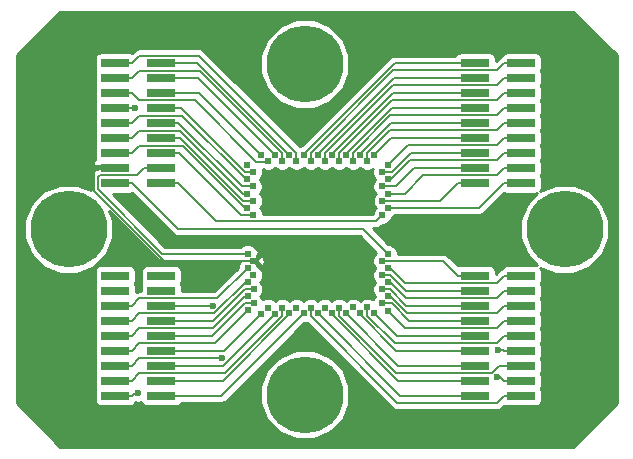
<source format=gbr>
G04 #@! TF.FileFunction,Copper,L1,Top,Signal*
%FSLAX46Y46*%
G04 Gerber Fmt 4.6, Leading zero omitted, Abs format (unit mm)*
G04 Created by KiCad (PCBNEW 4.0.5) date Monday, February 26, 2018 'PMt' 04:13:09 PM*
%MOMM*%
%LPD*%
G01*
G04 APERTURE LIST*
%ADD10C,0.100000*%
%ADD11R,2.400000X0.760000*%
%ADD12C,6.500000*%
%ADD13C,0.606000*%
%ADD14C,0.600000*%
%ADD15C,0.160000*%
%ADD16C,0.254000*%
G04 APERTURE END LIST*
D10*
D11*
X137840000Y-101080000D03*
X133940000Y-101080000D03*
X137840000Y-99810000D03*
X133940000Y-99810000D03*
X137840000Y-98540000D03*
X133940000Y-98540000D03*
X137840000Y-97270000D03*
X133940000Y-97270000D03*
X137840000Y-96000000D03*
X133940000Y-96000000D03*
X137840000Y-94730000D03*
X133940000Y-94730000D03*
X137840000Y-93460000D03*
X133940000Y-93460000D03*
X137840000Y-92190000D03*
X133940000Y-92190000D03*
X137840000Y-90920000D03*
X133940000Y-90920000D03*
X164420000Y-90920000D03*
X168320000Y-90920000D03*
X164420000Y-92190000D03*
X168320000Y-92190000D03*
X164420000Y-93460000D03*
X168320000Y-93460000D03*
X164420000Y-94730000D03*
X168320000Y-94730000D03*
X164420000Y-96000000D03*
X168320000Y-96000000D03*
X164420000Y-97270000D03*
X168320000Y-97270000D03*
X164420000Y-98540000D03*
X168320000Y-98540000D03*
X164420000Y-99810000D03*
X168320000Y-99810000D03*
X164420000Y-101080000D03*
X168320000Y-101080000D03*
X164420000Y-108920000D03*
X168320000Y-108920000D03*
X164420000Y-110190000D03*
X168320000Y-110190000D03*
X164420000Y-111460000D03*
X168320000Y-111460000D03*
X164420000Y-112730000D03*
X168320000Y-112730000D03*
X164420000Y-114000000D03*
X168320000Y-114000000D03*
X164420000Y-115270000D03*
X168320000Y-115270000D03*
X164420000Y-116540000D03*
X168320000Y-116540000D03*
X164420000Y-117810000D03*
X168320000Y-117810000D03*
X164420000Y-119080000D03*
X168320000Y-119080000D03*
X137840000Y-119080000D03*
X133940000Y-119080000D03*
X137840000Y-117810000D03*
X133940000Y-117810000D03*
X137840000Y-116540000D03*
X133940000Y-116540000D03*
X137840000Y-115270000D03*
X133940000Y-115270000D03*
X137840000Y-114000000D03*
X133940000Y-114000000D03*
X137840000Y-112730000D03*
X133940000Y-112730000D03*
X137840000Y-111460000D03*
X133940000Y-111460000D03*
X137840000Y-110190000D03*
X133940000Y-110190000D03*
X137840000Y-108920000D03*
X133940000Y-108920000D03*
D12*
X150000000Y-91000000D03*
X150000000Y-119000000D03*
X172000000Y-105000000D03*
X130000000Y-105000000D03*
D13*
X145640000Y-103780000D03*
X145140000Y-103180000D03*
X145640000Y-102580000D03*
X145140000Y-101980000D03*
X145630000Y-101380000D03*
X145130000Y-100780000D03*
X145630000Y-100180000D03*
X145130000Y-99580000D03*
X157050000Y-111880000D03*
X156550000Y-111280000D03*
X157050000Y-110680000D03*
X156550000Y-110080000D03*
X157040000Y-109480000D03*
X156540000Y-108880000D03*
X157040000Y-108280000D03*
X156540000Y-107680000D03*
X157030000Y-107080000D03*
X145176001Y-111878727D03*
X145666001Y-111278727D03*
X145166001Y-110678727D03*
X145666001Y-110078727D03*
X145166001Y-109478727D03*
X145656001Y-108878727D03*
X145156001Y-108278727D03*
X145656001Y-107678727D03*
X145156001Y-107078727D03*
X146300000Y-112140000D03*
X146900000Y-111640000D03*
X147500000Y-112140000D03*
X148100000Y-111640000D03*
X148700000Y-112130000D03*
X149300000Y-111630000D03*
X149900000Y-112130000D03*
X150500000Y-111630000D03*
X155900000Y-112110000D03*
X155300000Y-111620000D03*
X154700000Y-112120000D03*
X154100000Y-111620000D03*
X153500000Y-112120000D03*
X152900000Y-111630000D03*
X152300000Y-112130000D03*
X151700000Y-111630000D03*
X151100000Y-112130000D03*
X155900000Y-98710000D03*
X155300000Y-99210000D03*
X154700000Y-98710000D03*
X154100000Y-99210000D03*
X153500000Y-98720000D03*
X152900000Y-99220000D03*
X152300000Y-98720000D03*
X151700000Y-99220000D03*
X151100000Y-98720000D03*
X150500000Y-99220000D03*
X149900000Y-98720000D03*
X149300000Y-99220000D03*
X148700000Y-98730000D03*
X148100000Y-99230000D03*
X147500000Y-98730000D03*
X146900000Y-99230000D03*
X146300000Y-98740000D03*
X157050000Y-99580000D03*
X156560000Y-100180000D03*
X157060000Y-100780000D03*
X156560000Y-101380000D03*
X157060000Y-101980000D03*
X156570000Y-102580000D03*
X157070000Y-103180000D03*
X156570000Y-103780000D03*
D14*
X148000000Y-106000000D03*
X150000000Y-106000000D03*
X148000000Y-103000000D03*
X148000000Y-101000000D03*
X150000000Y-101000000D03*
X150000000Y-103000000D03*
X152000000Y-103000000D03*
X152000000Y-101000000D03*
X154000000Y-101000000D03*
X154000000Y-103000000D03*
X154000000Y-108000000D03*
X154000000Y-110000000D03*
X148000000Y-110000000D03*
X148000000Y-108000000D03*
X150000000Y-108000000D03*
X150000000Y-110000000D03*
X152000000Y-110000000D03*
X152000000Y-108000000D03*
X152000000Y-106000000D03*
X154000000Y-106000000D03*
X158000000Y-106000000D03*
X160000000Y-106000000D03*
X162000000Y-106000000D03*
X164000000Y-106000000D03*
X166000000Y-106000000D03*
X134000000Y-106000000D03*
X136000000Y-107000000D03*
X141000000Y-109000000D03*
X143000000Y-108000000D03*
X126000000Y-109000000D03*
X128000000Y-109000000D03*
X131000000Y-109000000D03*
X131000000Y-111000000D03*
X129000000Y-111000000D03*
X127000000Y-111000000D03*
X127000000Y-113000000D03*
X129000000Y-113000000D03*
X131000000Y-113000000D03*
X131000000Y-115000000D03*
X129000000Y-115000000D03*
X127000000Y-115000000D03*
X127000000Y-117000000D03*
X129000000Y-117000000D03*
X131000000Y-117000000D03*
X131000000Y-119000000D03*
X129000000Y-119000000D03*
X127000000Y-119000000D03*
X129000000Y-121000000D03*
X131000000Y-123000000D03*
X131000000Y-121000000D03*
X133000000Y-121000000D03*
X133000000Y-123000000D03*
X135000000Y-123000000D03*
X135000000Y-121000000D03*
X137000000Y-121000000D03*
X137000000Y-123000000D03*
X139000000Y-123000000D03*
X139000000Y-121000000D03*
X141000000Y-121000000D03*
X141000000Y-123000000D03*
X143000000Y-123000000D03*
X143000000Y-121000000D03*
X145000000Y-121000000D03*
X145000000Y-123000000D03*
X147000000Y-123000000D03*
X149000000Y-123000000D03*
X151000000Y-123000000D03*
X156000000Y-120000000D03*
X154000000Y-122000000D03*
X156000000Y-122000000D03*
X158000000Y-122000000D03*
X160000000Y-122000000D03*
X162000000Y-122000000D03*
X164000000Y-122000000D03*
X166000000Y-122000000D03*
X168000000Y-122000000D03*
X170000000Y-122000000D03*
X172000000Y-122000000D03*
X174000000Y-120000000D03*
X172000000Y-120000000D03*
X172000000Y-118000000D03*
X174000000Y-118000000D03*
X174000000Y-116000000D03*
X172000000Y-116000000D03*
X172000000Y-114000000D03*
X174000000Y-114000000D03*
X174000000Y-112000000D03*
X172000000Y-112000000D03*
X172000000Y-110000000D03*
X174000000Y-110000000D03*
X176000000Y-108000000D03*
X176000000Y-106000000D03*
X176000000Y-104000000D03*
X176000000Y-102000000D03*
X175000000Y-100000000D03*
X173000000Y-100000000D03*
X171000000Y-100000000D03*
X171000000Y-98000000D03*
X173000000Y-98000000D03*
X175000000Y-98000000D03*
X175000000Y-96000000D03*
X173000000Y-96000000D03*
X171000000Y-96000000D03*
X171000000Y-94000000D03*
X173000000Y-94000000D03*
X175000000Y-94000000D03*
X175000000Y-92000000D03*
X173000000Y-92000000D03*
X171000000Y-92000000D03*
X171000000Y-90000000D03*
X173000000Y-90000000D03*
X173000000Y-88000000D03*
X171000000Y-88000000D03*
X169000000Y-88000000D03*
X167000000Y-88000000D03*
X165000000Y-88000000D03*
X163000000Y-88000000D03*
X161000000Y-88000000D03*
X159000000Y-88000000D03*
X157000000Y-90000000D03*
X157000000Y-88000000D03*
X155000000Y-88000000D03*
X155000000Y-90000000D03*
X155000000Y-92000000D03*
X153000000Y-94000000D03*
X151000000Y-96000000D03*
X149000000Y-96000000D03*
X147000000Y-94000000D03*
X145000000Y-92000000D03*
X145000000Y-90000000D03*
X145000000Y-88000000D03*
X143000000Y-88000000D03*
X141000000Y-88000000D03*
X139000000Y-88000000D03*
X137000000Y-88000000D03*
X135000000Y-88000000D03*
X133000000Y-88000000D03*
X131000000Y-88000000D03*
X129000000Y-90000000D03*
X131000000Y-90000000D03*
X131000000Y-92000000D03*
X129000000Y-92000000D03*
X127000000Y-92000000D03*
X127000000Y-94000000D03*
X129000000Y-94000000D03*
X131000000Y-94000000D03*
X131000000Y-96000000D03*
X129000000Y-96000000D03*
X127000000Y-96000000D03*
X127000000Y-98000000D03*
X127000000Y-100000000D03*
X129000000Y-100000000D03*
X129000000Y-98000000D03*
X131000000Y-98000000D03*
X131000000Y-100000000D03*
X135605600Y-94730000D03*
X166370000Y-115260700D03*
X166296500Y-117478800D03*
X135890000Y-118841500D03*
X142953100Y-115919700D03*
X142239400Y-111460000D03*
D15*
X152000000Y-106000000D02*
X150000000Y-106000000D01*
X148000000Y-101000000D02*
X148000000Y-103000000D01*
X150000000Y-103000000D02*
X150000000Y-101000000D01*
X152000000Y-101000000D02*
X152000000Y-103000000D01*
X154000000Y-103000000D02*
X154000000Y-101000000D01*
X154000000Y-110000000D02*
X154000000Y-108000000D01*
X148000000Y-108000000D02*
X148000000Y-110000000D01*
X150000000Y-110000000D02*
X150000000Y-108000000D01*
X152000000Y-108000000D02*
X152000000Y-110000000D01*
X154000000Y-106000000D02*
X152000000Y-106000000D01*
X162000000Y-106000000D02*
X160000000Y-106000000D01*
X166000000Y-106000000D02*
X164000000Y-106000000D01*
X136000000Y-107000000D02*
X135000000Y-106000000D01*
X135000000Y-106000000D02*
X134000000Y-106000000D01*
X143000000Y-108000000D02*
X142000000Y-109000000D01*
X142000000Y-109000000D02*
X141000000Y-109000000D01*
X131000000Y-109000000D02*
X128000000Y-109000000D01*
X129000000Y-111000000D02*
X131000000Y-111000000D01*
X127000000Y-113000000D02*
X127000000Y-111000000D01*
X131000000Y-113000000D02*
X129000000Y-113000000D01*
X129000000Y-115000000D02*
X131000000Y-115000000D01*
X127000000Y-117000000D02*
X127000000Y-115000000D01*
X131000000Y-117000000D02*
X129000000Y-117000000D01*
X129000000Y-119000000D02*
X131000000Y-119000000D01*
X129000000Y-121000000D02*
X127000000Y-119000000D01*
X131000000Y-121000000D02*
X131000000Y-123000000D01*
X133000000Y-123000000D02*
X133000000Y-121000000D01*
X135000000Y-121000000D02*
X135000000Y-123000000D01*
X137000000Y-123000000D02*
X137000000Y-121000000D01*
X139000000Y-121000000D02*
X139000000Y-123000000D01*
X141000000Y-123000000D02*
X141000000Y-121000000D01*
X143000000Y-121000000D02*
X143000000Y-123000000D01*
X145000000Y-123000000D02*
X145000000Y-121000000D01*
X149000000Y-123000000D02*
X147000000Y-123000000D01*
X156000000Y-120000000D02*
X153000000Y-123000000D01*
X153000000Y-123000000D02*
X151000000Y-123000000D01*
X156000000Y-122000000D02*
X154000000Y-122000000D01*
X160000000Y-122000000D02*
X158000000Y-122000000D01*
X164000000Y-122000000D02*
X162000000Y-122000000D01*
X168000000Y-122000000D02*
X166000000Y-122000000D01*
X172000000Y-122000000D02*
X170000000Y-122000000D01*
X172000000Y-120000000D02*
X174000000Y-120000000D01*
X174000000Y-118000000D02*
X172000000Y-118000000D01*
X172000000Y-116000000D02*
X174000000Y-116000000D01*
X174000000Y-114000000D02*
X172000000Y-114000000D01*
X172000000Y-112000000D02*
X174000000Y-112000000D01*
X174000000Y-110000000D02*
X172000000Y-110000000D01*
X176000000Y-106000000D02*
X176000000Y-108000000D01*
X176000000Y-102000000D02*
X176000000Y-104000000D01*
X173000000Y-100000000D02*
X175000000Y-100000000D01*
X171000000Y-98000000D02*
X171000000Y-100000000D01*
X175000000Y-98000000D02*
X173000000Y-98000000D01*
X173000000Y-96000000D02*
X175000000Y-96000000D01*
X171000000Y-94000000D02*
X171000000Y-96000000D01*
X175000000Y-94000000D02*
X173000000Y-94000000D01*
X173000000Y-92000000D02*
X175000000Y-92000000D01*
X171000000Y-90000000D02*
X171000000Y-92000000D01*
X173000000Y-88000000D02*
X173000000Y-90000000D01*
X169000000Y-88000000D02*
X171000000Y-88000000D01*
X165000000Y-88000000D02*
X167000000Y-88000000D01*
X161000000Y-88000000D02*
X163000000Y-88000000D01*
X157000000Y-90000000D02*
X159000000Y-88000000D01*
X155000000Y-88000000D02*
X157000000Y-88000000D01*
X155000000Y-92000000D02*
X155000000Y-90000000D01*
X151000000Y-96000000D02*
X153000000Y-94000000D01*
X147000000Y-94000000D02*
X149000000Y-96000000D01*
X145000000Y-90000000D02*
X145000000Y-92000000D01*
X143000000Y-88000000D02*
X145000000Y-88000000D01*
X139000000Y-88000000D02*
X141000000Y-88000000D01*
X135000000Y-88000000D02*
X137000000Y-88000000D01*
X131000000Y-88000000D02*
X133000000Y-88000000D01*
X131000000Y-90000000D02*
X129000000Y-90000000D01*
X129000000Y-92000000D02*
X131000000Y-92000000D01*
X127000000Y-94000000D02*
X127000000Y-92000000D01*
X131000000Y-94000000D02*
X129000000Y-94000000D01*
X129000000Y-96000000D02*
X131000000Y-96000000D01*
X127000000Y-98000000D02*
X127000000Y-96000000D01*
X129000000Y-100000000D02*
X127000000Y-100000000D01*
X131000000Y-98000000D02*
X129000000Y-98000000D01*
X133940000Y-99810000D02*
X131190000Y-99810000D01*
X131190000Y-99810000D02*
X131000000Y-100000000D01*
X133940000Y-99810000D02*
X132499700Y-99810000D01*
X138098100Y-107678700D02*
X145656000Y-107678700D01*
X132179400Y-101760000D02*
X138098100Y-107678700D01*
X132179400Y-100130300D02*
X132179400Y-101760000D01*
X132499700Y-99810000D02*
X132179400Y-100130300D01*
X142526100Y-104325800D02*
X139280300Y-101080000D01*
X156024200Y-104325800D02*
X142526100Y-104325800D01*
X156570000Y-103780000D02*
X156024200Y-104325800D01*
X137840000Y-101080000D02*
X139280300Y-101080000D01*
X133940000Y-101080000D02*
X135380300Y-101080000D01*
X139279500Y-104979200D02*
X135380300Y-101080000D01*
X154929200Y-104979200D02*
X139279500Y-104979200D01*
X157030000Y-107080000D02*
X154929200Y-104979200D01*
X137951000Y-107078700D02*
X145156000Y-107078700D01*
X132499700Y-101627400D02*
X137951000Y-107078700D01*
X132499700Y-100592800D02*
X132499700Y-101627400D01*
X132662200Y-100430300D02*
X132499700Y-100592800D01*
X135779400Y-100430300D02*
X132662200Y-100430300D01*
X136399700Y-99810000D02*
X135779400Y-100430300D01*
X137840000Y-99810000D02*
X136399700Y-99810000D01*
X139349400Y-98540000D02*
X137840000Y-98540000D01*
X144589400Y-103780000D02*
X139349400Y-98540000D01*
X145640000Y-103780000D02*
X144589400Y-103780000D01*
X136000600Y-97919700D02*
X135380300Y-98540000D01*
X139674000Y-97919700D02*
X136000600Y-97919700D01*
X144934300Y-103180000D02*
X139674000Y-97919700D01*
X145140000Y-103180000D02*
X144934300Y-103180000D01*
X133940000Y-98540000D02*
X135380300Y-98540000D01*
X139477400Y-97270000D02*
X137840000Y-97270000D01*
X144787400Y-102580000D02*
X139477400Y-97270000D01*
X145640000Y-102580000D02*
X144787400Y-102580000D01*
X136000600Y-96649700D02*
X135380300Y-97270000D01*
X139476900Y-96649700D02*
X136000600Y-96649700D01*
X144807200Y-101980000D02*
X139476900Y-96649700D01*
X145140000Y-101980000D02*
X144807200Y-101980000D01*
X133940000Y-97270000D02*
X135380300Y-97270000D01*
X144660300Y-101380000D02*
X139280300Y-96000000D01*
X145630000Y-101380000D02*
X144660300Y-101380000D01*
X137840000Y-96000000D02*
X139280300Y-96000000D01*
X133940000Y-96000000D02*
X135380300Y-96000000D01*
X144994500Y-100780000D02*
X145130000Y-100780000D01*
X139594200Y-95379700D02*
X144994500Y-100780000D01*
X136000600Y-95379700D02*
X139594200Y-95379700D01*
X135380300Y-96000000D02*
X136000600Y-95379700D01*
X139484600Y-94730000D02*
X137840000Y-94730000D01*
X144934600Y-100180000D02*
X139484600Y-94730000D01*
X145630000Y-100180000D02*
X144934600Y-100180000D01*
X133940000Y-94730000D02*
X135380300Y-94730000D01*
X135380300Y-94730000D02*
X135605600Y-94730000D01*
X141020000Y-93460000D02*
X146300000Y-98740000D01*
X137840000Y-93460000D02*
X141020000Y-93460000D01*
X136000600Y-94080300D02*
X135380300Y-93460000D01*
X140683900Y-94080300D02*
X136000600Y-94080300D01*
X145891800Y-99288200D02*
X140683900Y-94080300D01*
X146841800Y-99288200D02*
X145891800Y-99288200D01*
X146900000Y-99230000D02*
X146841800Y-99288200D01*
X133940000Y-93460000D02*
X135380300Y-93460000D01*
X140960000Y-92190000D02*
X147500000Y-98730000D01*
X137840000Y-92190000D02*
X140960000Y-92190000D01*
X136000600Y-91569700D02*
X135380300Y-92190000D01*
X141113500Y-91569700D02*
X136000600Y-91569700D01*
X148100000Y-98556200D02*
X141113500Y-91569700D01*
X148100000Y-99230000D02*
X148100000Y-98556200D01*
X133940000Y-92190000D02*
X135380300Y-92190000D01*
X140917000Y-90920000D02*
X137840000Y-90920000D01*
X148700000Y-98703000D02*
X140917000Y-90920000D01*
X148700000Y-98730000D02*
X148700000Y-98703000D01*
X136000600Y-90299700D02*
X135380300Y-90920000D01*
X141055900Y-90299700D02*
X136000600Y-90299700D01*
X149300000Y-98543800D02*
X141055900Y-90299700D01*
X149300000Y-99220000D02*
X149300000Y-98543800D01*
X133940000Y-90920000D02*
X135380300Y-90920000D01*
X157600500Y-90920000D02*
X164420000Y-90920000D01*
X149900000Y-98620500D02*
X157600500Y-90920000D01*
X149900000Y-98720000D02*
X149900000Y-98620500D01*
X150500000Y-98550800D02*
X150500000Y-99220000D01*
X157510500Y-91540300D02*
X150500000Y-98550800D01*
X166259400Y-91540300D02*
X157510500Y-91540300D01*
X166879700Y-90920000D02*
X166259400Y-91540300D01*
X168320000Y-90920000D02*
X166879700Y-90920000D01*
X157551000Y-92190000D02*
X164420000Y-92190000D01*
X151100000Y-98641000D02*
X157551000Y-92190000D01*
X151100000Y-98720000D02*
X151100000Y-98641000D01*
X151700000Y-98550800D02*
X151700000Y-99220000D01*
X157440500Y-92810300D02*
X151700000Y-98550800D01*
X166259400Y-92810300D02*
X157440500Y-92810300D01*
X166879700Y-92190000D02*
X166259400Y-92810300D01*
X168320000Y-92190000D02*
X166879700Y-92190000D01*
X157481000Y-93460000D02*
X164420000Y-93460000D01*
X152300000Y-98641000D02*
X157481000Y-93460000D01*
X152300000Y-98720000D02*
X152300000Y-98641000D01*
X152900000Y-98550800D02*
X152900000Y-99220000D01*
X157370500Y-94080300D02*
X152900000Y-98550800D01*
X166259400Y-94080300D02*
X157370500Y-94080300D01*
X166879700Y-93460000D02*
X166259400Y-94080300D01*
X168320000Y-93460000D02*
X166879700Y-93460000D01*
X157411000Y-94730000D02*
X164420000Y-94730000D01*
X153500000Y-98641000D02*
X157411000Y-94730000D01*
X153500000Y-98720000D02*
X153500000Y-98641000D01*
X168320000Y-94730000D02*
X166879700Y-94730000D01*
X154100000Y-98504900D02*
X154100000Y-99210000D01*
X157254600Y-95350300D02*
X154100000Y-98504900D01*
X166259400Y-95350300D02*
X157254600Y-95350300D01*
X166879700Y-94730000D02*
X166259400Y-95350300D01*
X157323200Y-96000000D02*
X164420000Y-96000000D01*
X154700000Y-98623200D02*
X157323200Y-96000000D01*
X154700000Y-98710000D02*
X154700000Y-98623200D01*
X155300000Y-98540800D02*
X155300000Y-99210000D01*
X157220500Y-96620300D02*
X155300000Y-98540800D01*
X166259400Y-96620300D02*
X157220500Y-96620300D01*
X166879700Y-96000000D02*
X166259400Y-96620300D01*
X168320000Y-96000000D02*
X166879700Y-96000000D01*
X157340000Y-97270000D02*
X164420000Y-97270000D01*
X155900000Y-98710000D02*
X157340000Y-97270000D01*
X168320000Y-97270000D02*
X166879700Y-97270000D01*
X166259400Y-97890300D02*
X166879700Y-97270000D01*
X158739700Y-97890300D02*
X166259400Y-97890300D01*
X157050000Y-99580000D02*
X158739700Y-97890300D01*
X158995800Y-98540000D02*
X164420000Y-98540000D01*
X157355800Y-100180000D02*
X158995800Y-98540000D01*
X156560000Y-100180000D02*
X157355800Y-100180000D01*
X166259400Y-99160300D02*
X166879700Y-98540000D01*
X158940100Y-99160300D02*
X166259400Y-99160300D01*
X157320400Y-100780000D02*
X158940100Y-99160300D01*
X157060000Y-100780000D02*
X157320400Y-100780000D01*
X168320000Y-98540000D02*
X166879700Y-98540000D01*
X159270400Y-99810000D02*
X164420000Y-99810000D01*
X157700400Y-101380000D02*
X159270400Y-99810000D01*
X156560000Y-101380000D02*
X157700400Y-101380000D01*
X168320000Y-99810000D02*
X166879700Y-99810000D01*
X158466800Y-101980000D02*
X157060000Y-101980000D01*
X160016500Y-100430300D02*
X158466800Y-101980000D01*
X166259400Y-100430300D02*
X160016500Y-100430300D01*
X166879700Y-99810000D02*
X166259400Y-100430300D01*
X161479700Y-102580000D02*
X162979700Y-101080000D01*
X156570000Y-102580000D02*
X161479700Y-102580000D01*
X164420000Y-101080000D02*
X162979700Y-101080000D01*
X164779700Y-103180000D02*
X166879700Y-101080000D01*
X157070000Y-103180000D02*
X164779700Y-103180000D01*
X168320000Y-101080000D02*
X166879700Y-101080000D01*
X161739700Y-107680000D02*
X162979700Y-108920000D01*
X156540000Y-107680000D02*
X161739700Y-107680000D01*
X164420000Y-108920000D02*
X162979700Y-108920000D01*
X168320000Y-108920000D02*
X166879700Y-108920000D01*
X157227800Y-108280000D02*
X157040000Y-108280000D01*
X158488100Y-109540300D02*
X157227800Y-108280000D01*
X166259400Y-109540300D02*
X158488100Y-109540300D01*
X166879700Y-108920000D02*
X166259400Y-109540300D01*
X157235400Y-108880000D02*
X156540000Y-108880000D01*
X158545400Y-110190000D02*
X157235400Y-108880000D01*
X164420000Y-110190000D02*
X158545400Y-110190000D01*
X166259400Y-110810300D02*
X166879700Y-110190000D01*
X158564400Y-110810300D02*
X166259400Y-110810300D01*
X157234100Y-109480000D02*
X158564400Y-110810300D01*
X157040000Y-109480000D02*
X157234100Y-109480000D01*
X168320000Y-110190000D02*
X166879700Y-110190000D01*
X157232800Y-110080000D02*
X156550000Y-110080000D01*
X158612800Y-111460000D02*
X157232800Y-110080000D01*
X164420000Y-111460000D02*
X158612800Y-111460000D01*
X168320000Y-111460000D02*
X166879700Y-111460000D01*
X157239100Y-110680000D02*
X157050000Y-110680000D01*
X158639400Y-112080300D02*
X157239100Y-110680000D01*
X166259400Y-112080300D02*
X158639400Y-112080300D01*
X166879700Y-111460000D02*
X166259400Y-112080300D01*
X158836000Y-112730000D02*
X164420000Y-112730000D01*
X157386000Y-111280000D02*
X158836000Y-112730000D01*
X156550000Y-111280000D02*
X157386000Y-111280000D01*
X166259400Y-113350300D02*
X166879700Y-112730000D01*
X158520300Y-113350300D02*
X166259400Y-113350300D01*
X157050000Y-111880000D02*
X158520300Y-113350300D01*
X168320000Y-112730000D02*
X166879700Y-112730000D01*
X164420000Y-114000000D02*
X162979700Y-114000000D01*
X157790000Y-114000000D02*
X155900000Y-112110000D01*
X162979700Y-114000000D02*
X157790000Y-114000000D01*
X168320000Y-114000000D02*
X166879700Y-114000000D01*
X155300000Y-112305000D02*
X155300000Y-111620000D01*
X157615400Y-114620400D02*
X155300000Y-112305000D01*
X166259300Y-114620400D02*
X157615400Y-114620400D01*
X166879700Y-114000000D02*
X166259300Y-114620400D01*
X154700000Y-112203900D02*
X154700000Y-112120000D01*
X157766100Y-115270000D02*
X154700000Y-112203900D01*
X164420000Y-115270000D02*
X157766100Y-115270000D01*
X166870400Y-115260700D02*
X166879700Y-115270000D01*
X166370000Y-115260700D02*
X166870400Y-115260700D01*
X168320000Y-115270000D02*
X166879700Y-115270000D01*
X157920000Y-116540000D02*
X164420000Y-116540000D01*
X153500000Y-112120000D02*
X157920000Y-116540000D01*
X168320000Y-116540000D02*
X166879700Y-116540000D01*
X152900000Y-112343000D02*
X152900000Y-111630000D01*
X157717300Y-117160300D02*
X152900000Y-112343000D01*
X165850500Y-117160300D02*
X157717300Y-117160300D01*
X166470800Y-116540000D02*
X165850500Y-117160300D01*
X166879700Y-116540000D02*
X166470800Y-116540000D01*
X157909100Y-117810000D02*
X164420000Y-117810000D01*
X152300000Y-112200900D02*
X157909100Y-117810000D01*
X152300000Y-112130000D02*
X152300000Y-112200900D01*
X168320000Y-117810000D02*
X166879700Y-117810000D01*
X166548500Y-117478800D02*
X166296500Y-117478800D01*
X166879700Y-117810000D02*
X166548500Y-117478800D01*
X158050000Y-119080000D02*
X164420000Y-119080000D01*
X151100000Y-112130000D02*
X158050000Y-119080000D01*
X166259400Y-119700300D02*
X166879700Y-119080000D01*
X157846200Y-119700300D02*
X166259400Y-119700300D01*
X150500000Y-112354100D02*
X157846200Y-119700300D01*
X150500000Y-111630000D02*
X150500000Y-112354100D01*
X168320000Y-119080000D02*
X166879700Y-119080000D01*
X142950000Y-119080000D02*
X137840000Y-119080000D01*
X149900000Y-112130000D02*
X142950000Y-119080000D01*
X135618800Y-118841500D02*
X135380300Y-119080000D01*
X135890000Y-118841500D02*
X135618800Y-118841500D01*
X133940000Y-119080000D02*
X135380300Y-119080000D01*
X143089800Y-117810000D02*
X137840000Y-117810000D01*
X148700000Y-112199800D02*
X143089800Y-117810000D01*
X148700000Y-112130000D02*
X148700000Y-112199800D01*
X133940000Y-117810000D02*
X135380300Y-117810000D01*
X136000600Y-117189700D02*
X135380300Y-117810000D01*
X143257000Y-117189700D02*
X136000600Y-117189700D01*
X148100000Y-112346700D02*
X143257000Y-117189700D01*
X148100000Y-111640000D02*
X148100000Y-112346700D01*
X143100000Y-116540000D02*
X137840000Y-116540000D01*
X147500000Y-112140000D02*
X143100000Y-116540000D01*
X133940000Y-116540000D02*
X135380300Y-116540000D01*
X136000600Y-115919700D02*
X142953100Y-115919700D01*
X135380300Y-116540000D02*
X136000600Y-115919700D01*
X143170000Y-115270000D02*
X137840000Y-115270000D01*
X146300000Y-112140000D02*
X143170000Y-115270000D01*
X136000600Y-114649700D02*
X135380300Y-115270000D01*
X142405000Y-114649700D02*
X136000600Y-114649700D01*
X145176000Y-111878700D02*
X142405000Y-114649700D01*
X133940000Y-115270000D02*
X135380300Y-115270000D01*
X144905600Y-111278700D02*
X145666000Y-111278700D01*
X142184300Y-114000000D02*
X144905600Y-111278700D01*
X137840000Y-114000000D02*
X142184300Y-114000000D01*
X136000600Y-113379700D02*
X135380300Y-114000000D01*
X142210700Y-113379700D02*
X136000600Y-113379700D01*
X144911700Y-110678700D02*
X142210700Y-113379700D01*
X145166000Y-110678700D02*
X144911700Y-110678700D01*
X133940000Y-114000000D02*
X135380300Y-114000000D01*
X142266500Y-112730000D02*
X137840000Y-112730000D01*
X144917800Y-110078700D02*
X142266500Y-112730000D01*
X145666000Y-110078700D02*
X144917800Y-110078700D01*
X133940000Y-112730000D02*
X135380300Y-112730000D01*
X136000600Y-112109700D02*
X135380300Y-112730000D01*
X142354000Y-112109700D02*
X136000600Y-112109700D01*
X144985000Y-109478700D02*
X142354000Y-112109700D01*
X145166000Y-109478700D02*
X144985000Y-109478700D01*
X137840000Y-111460000D02*
X139280300Y-111460000D01*
X142239400Y-111460000D02*
X139280300Y-111460000D01*
X136000600Y-110839700D02*
X135380300Y-111460000D01*
X142595000Y-110839700D02*
X136000600Y-110839700D01*
X145156000Y-108278700D02*
X142595000Y-110839700D01*
X133940000Y-111460000D02*
X135380300Y-111460000D01*
D16*
G36*
X176398000Y-90249356D02*
X176398000Y-119750644D01*
X172750644Y-123398000D01*
X129249356Y-123398000D01*
X125602000Y-119750644D01*
X125602000Y-105747996D01*
X126222346Y-105747996D01*
X126796148Y-107136704D01*
X127857708Y-108200118D01*
X129245412Y-108776343D01*
X130747996Y-108777654D01*
X132136704Y-108203852D01*
X133200118Y-107142292D01*
X133776343Y-105754588D01*
X133777654Y-104252004D01*
X133433881Y-103420009D01*
X137521786Y-107507914D01*
X137718711Y-107639495D01*
X137951000Y-107685700D01*
X144575241Y-107685700D01*
X144452771Y-107807956D01*
X144326145Y-108112905D01*
X144326025Y-108250247D01*
X142343572Y-110232700D01*
X139577324Y-110232700D01*
X139577324Y-109810000D01*
X139540577Y-109614706D01*
X139502854Y-109556082D01*
X139534990Y-109509049D01*
X139577324Y-109300000D01*
X139577324Y-108540000D01*
X139540577Y-108344706D01*
X139425158Y-108165340D01*
X139249049Y-108045010D01*
X139040000Y-108002676D01*
X136640000Y-108002676D01*
X136444706Y-108039423D01*
X136265340Y-108154842D01*
X136145010Y-108330951D01*
X136102676Y-108540000D01*
X136102676Y-109300000D01*
X136139423Y-109495294D01*
X136177146Y-109553918D01*
X136145010Y-109600951D01*
X136102676Y-109810000D01*
X136102676Y-110232700D01*
X136000600Y-110232700D01*
X135768311Y-110278905D01*
X135677324Y-110339701D01*
X135677324Y-109810000D01*
X135640577Y-109614706D01*
X135602854Y-109556082D01*
X135634990Y-109509049D01*
X135677324Y-109300000D01*
X135677324Y-108540000D01*
X135640577Y-108344706D01*
X135525158Y-108165340D01*
X135349049Y-108045010D01*
X135140000Y-108002676D01*
X132740000Y-108002676D01*
X132544706Y-108039423D01*
X132365340Y-108154842D01*
X132245010Y-108330951D01*
X132202676Y-108540000D01*
X132202676Y-109300000D01*
X132239423Y-109495294D01*
X132277146Y-109553918D01*
X132245010Y-109600951D01*
X132202676Y-109810000D01*
X132202676Y-110570000D01*
X132239423Y-110765294D01*
X132277146Y-110823918D01*
X132245010Y-110870951D01*
X132202676Y-111080000D01*
X132202676Y-111840000D01*
X132239423Y-112035294D01*
X132277146Y-112093918D01*
X132245010Y-112140951D01*
X132202676Y-112350000D01*
X132202676Y-113110000D01*
X132239423Y-113305294D01*
X132277146Y-113363918D01*
X132245010Y-113410951D01*
X132202676Y-113620000D01*
X132202676Y-114380000D01*
X132239423Y-114575294D01*
X132277146Y-114633918D01*
X132245010Y-114680951D01*
X132202676Y-114890000D01*
X132202676Y-115650000D01*
X132239423Y-115845294D01*
X132277146Y-115903918D01*
X132245010Y-115950951D01*
X132202676Y-116160000D01*
X132202676Y-116920000D01*
X132239423Y-117115294D01*
X132277146Y-117173918D01*
X132245010Y-117220951D01*
X132202676Y-117430000D01*
X132202676Y-118190000D01*
X132239423Y-118385294D01*
X132277146Y-118443918D01*
X132245010Y-118490951D01*
X132202676Y-118700000D01*
X132202676Y-119460000D01*
X132239423Y-119655294D01*
X132354842Y-119834660D01*
X132530951Y-119954990D01*
X132740000Y-119997324D01*
X135140000Y-119997324D01*
X135335294Y-119960577D01*
X135514660Y-119845158D01*
X135634990Y-119669049D01*
X135642084Y-119634019D01*
X135724778Y-119668356D01*
X136053779Y-119668643D01*
X136135575Y-119634845D01*
X136139423Y-119655294D01*
X136254842Y-119834660D01*
X136430951Y-119954990D01*
X136640000Y-119997324D01*
X139040000Y-119997324D01*
X139235294Y-119960577D01*
X139414660Y-119845158D01*
X139481048Y-119747996D01*
X146222346Y-119747996D01*
X146796148Y-121136704D01*
X147857708Y-122200118D01*
X149245412Y-122776343D01*
X150747996Y-122777654D01*
X152136704Y-122203852D01*
X153200118Y-121142292D01*
X153776343Y-119754588D01*
X153777654Y-118252004D01*
X153203852Y-116863296D01*
X152142292Y-115799882D01*
X150754588Y-115223657D01*
X149252004Y-115222346D01*
X147863296Y-115796148D01*
X146799882Y-116857708D01*
X146223657Y-118245412D01*
X146222346Y-119747996D01*
X139481048Y-119747996D01*
X139522725Y-119687000D01*
X142950000Y-119687000D01*
X143182289Y-119640795D01*
X143379214Y-119509214D01*
X149928403Y-112960025D01*
X150064373Y-112960144D01*
X150194039Y-112906567D01*
X157416986Y-120129514D01*
X157613911Y-120261095D01*
X157846200Y-120307300D01*
X166259400Y-120307300D01*
X166491689Y-120261095D01*
X166688614Y-120129514D01*
X166882546Y-119935582D01*
X166910951Y-119954990D01*
X167120000Y-119997324D01*
X169520000Y-119997324D01*
X169715294Y-119960577D01*
X169894660Y-119845158D01*
X170014990Y-119669049D01*
X170057324Y-119460000D01*
X170057324Y-118700000D01*
X170020577Y-118504706D01*
X169982854Y-118446082D01*
X170014990Y-118399049D01*
X170057324Y-118190000D01*
X170057324Y-117430000D01*
X170020577Y-117234706D01*
X169982854Y-117176082D01*
X170014990Y-117129049D01*
X170057324Y-116920000D01*
X170057324Y-116160000D01*
X170020577Y-115964706D01*
X169982854Y-115906082D01*
X170014990Y-115859049D01*
X170057324Y-115650000D01*
X170057324Y-114890000D01*
X170020577Y-114694706D01*
X169982854Y-114636082D01*
X170014990Y-114589049D01*
X170057324Y-114380000D01*
X170057324Y-113620000D01*
X170020577Y-113424706D01*
X169982854Y-113366082D01*
X170014990Y-113319049D01*
X170057324Y-113110000D01*
X170057324Y-112350000D01*
X170020577Y-112154706D01*
X169982854Y-112096082D01*
X170014990Y-112049049D01*
X170057324Y-111840000D01*
X170057324Y-111080000D01*
X170020577Y-110884706D01*
X169982854Y-110826082D01*
X170014990Y-110779049D01*
X170057324Y-110570000D01*
X170057324Y-109810000D01*
X170020577Y-109614706D01*
X169982854Y-109556082D01*
X170014990Y-109509049D01*
X170057324Y-109300000D01*
X170057324Y-108540000D01*
X170020577Y-108344706D01*
X169952998Y-108239686D01*
X171245412Y-108776343D01*
X172747996Y-108777654D01*
X174136704Y-108203852D01*
X175200118Y-107142292D01*
X175776343Y-105754588D01*
X175777654Y-104252004D01*
X175203852Y-102863296D01*
X174142292Y-101799882D01*
X172754588Y-101223657D01*
X171252004Y-101222346D01*
X169953658Y-101758811D01*
X170014990Y-101669049D01*
X170057324Y-101460000D01*
X170057324Y-100700000D01*
X170020577Y-100504706D01*
X169982854Y-100446082D01*
X170014990Y-100399049D01*
X170057324Y-100190000D01*
X170057324Y-99430000D01*
X170020577Y-99234706D01*
X169982854Y-99176082D01*
X170014990Y-99129049D01*
X170057324Y-98920000D01*
X170057324Y-98160000D01*
X170020577Y-97964706D01*
X169982854Y-97906082D01*
X170014990Y-97859049D01*
X170057324Y-97650000D01*
X170057324Y-96890000D01*
X170020577Y-96694706D01*
X169982854Y-96636082D01*
X170014990Y-96589049D01*
X170057324Y-96380000D01*
X170057324Y-95620000D01*
X170020577Y-95424706D01*
X169982854Y-95366082D01*
X170014990Y-95319049D01*
X170057324Y-95110000D01*
X170057324Y-94350000D01*
X170020577Y-94154706D01*
X169982854Y-94096082D01*
X170014990Y-94049049D01*
X170057324Y-93840000D01*
X170057324Y-93080000D01*
X170020577Y-92884706D01*
X169982854Y-92826082D01*
X170014990Y-92779049D01*
X170057324Y-92570000D01*
X170057324Y-91810000D01*
X170020577Y-91614706D01*
X169982854Y-91556082D01*
X170014990Y-91509049D01*
X170057324Y-91300000D01*
X170057324Y-90540000D01*
X170020577Y-90344706D01*
X169905158Y-90165340D01*
X169729049Y-90045010D01*
X169520000Y-90002676D01*
X167120000Y-90002676D01*
X166924706Y-90039423D01*
X166745340Y-90154842D01*
X166625010Y-90330951D01*
X166614888Y-90380936D01*
X166450486Y-90490786D01*
X166157324Y-90783948D01*
X166157324Y-90540000D01*
X166120577Y-90344706D01*
X166005158Y-90165340D01*
X165829049Y-90045010D01*
X165620000Y-90002676D01*
X163220000Y-90002676D01*
X163024706Y-90039423D01*
X162845340Y-90154842D01*
X162737275Y-90313000D01*
X157600505Y-90313000D01*
X157600500Y-90312999D01*
X157406751Y-90351539D01*
X157368211Y-90359205D01*
X157171286Y-90490786D01*
X157171284Y-90490789D01*
X149772184Y-97889888D01*
X149735627Y-97889856D01*
X149572066Y-97957438D01*
X143362624Y-91747996D01*
X146222346Y-91747996D01*
X146796148Y-93136704D01*
X147857708Y-94200118D01*
X149245412Y-94776343D01*
X150747996Y-94777654D01*
X152136704Y-94203852D01*
X153200118Y-93142292D01*
X153776343Y-91754588D01*
X153777654Y-90252004D01*
X153203852Y-88863296D01*
X152142292Y-87799882D01*
X150754588Y-87223657D01*
X149252004Y-87222346D01*
X147863296Y-87796148D01*
X146799882Y-88857708D01*
X146223657Y-90245412D01*
X146222346Y-91747996D01*
X143362624Y-91747996D01*
X141485114Y-89870486D01*
X141288189Y-89738905D01*
X141055900Y-89692700D01*
X136000600Y-89692700D01*
X135768311Y-89738905D01*
X135571386Y-89870486D01*
X135377454Y-90064418D01*
X135349049Y-90045010D01*
X135140000Y-90002676D01*
X132740000Y-90002676D01*
X132544706Y-90039423D01*
X132365340Y-90154842D01*
X132245010Y-90330951D01*
X132202676Y-90540000D01*
X132202676Y-91300000D01*
X132239423Y-91495294D01*
X132277146Y-91553918D01*
X132245010Y-91600951D01*
X132202676Y-91810000D01*
X132202676Y-92570000D01*
X132239423Y-92765294D01*
X132277146Y-92823918D01*
X132245010Y-92870951D01*
X132202676Y-93080000D01*
X132202676Y-93840000D01*
X132239423Y-94035294D01*
X132277146Y-94093918D01*
X132245010Y-94140951D01*
X132202676Y-94350000D01*
X132202676Y-95110000D01*
X132239423Y-95305294D01*
X132277146Y-95363918D01*
X132245010Y-95410951D01*
X132202676Y-95620000D01*
X132202676Y-96380000D01*
X132239423Y-96575294D01*
X132277146Y-96633918D01*
X132245010Y-96680951D01*
X132202676Y-96890000D01*
X132202676Y-97650000D01*
X132239423Y-97845294D01*
X132277146Y-97903918D01*
X132245010Y-97950951D01*
X132202676Y-98160000D01*
X132202676Y-98920000D01*
X132226320Y-99045655D01*
X132201673Y-99070302D01*
X132105000Y-99303691D01*
X132105000Y-99524250D01*
X132263750Y-99683000D01*
X133813000Y-99683000D01*
X133813000Y-99663000D01*
X134067000Y-99663000D01*
X134067000Y-99683000D01*
X134087000Y-99683000D01*
X134087000Y-99823300D01*
X132662200Y-99823300D01*
X132429911Y-99869505D01*
X132328898Y-99937000D01*
X132263750Y-99937000D01*
X132105000Y-100095750D01*
X132105000Y-100129072D01*
X132070486Y-100163586D01*
X131938905Y-100360511D01*
X131892700Y-100592800D01*
X131892700Y-101627400D01*
X131907626Y-101702440D01*
X130754588Y-101223657D01*
X129252004Y-101222346D01*
X127863296Y-101796148D01*
X126799882Y-102857708D01*
X126223657Y-104245412D01*
X126222346Y-105747996D01*
X125602000Y-105747996D01*
X125602000Y-90249356D01*
X129249356Y-86602000D01*
X172750644Y-86602000D01*
X176398000Y-90249356D01*
X176398000Y-90249356D01*
G37*
X176398000Y-90249356D02*
X176398000Y-119750644D01*
X172750644Y-123398000D01*
X129249356Y-123398000D01*
X125602000Y-119750644D01*
X125602000Y-105747996D01*
X126222346Y-105747996D01*
X126796148Y-107136704D01*
X127857708Y-108200118D01*
X129245412Y-108776343D01*
X130747996Y-108777654D01*
X132136704Y-108203852D01*
X133200118Y-107142292D01*
X133776343Y-105754588D01*
X133777654Y-104252004D01*
X133433881Y-103420009D01*
X137521786Y-107507914D01*
X137718711Y-107639495D01*
X137951000Y-107685700D01*
X144575241Y-107685700D01*
X144452771Y-107807956D01*
X144326145Y-108112905D01*
X144326025Y-108250247D01*
X142343572Y-110232700D01*
X139577324Y-110232700D01*
X139577324Y-109810000D01*
X139540577Y-109614706D01*
X139502854Y-109556082D01*
X139534990Y-109509049D01*
X139577324Y-109300000D01*
X139577324Y-108540000D01*
X139540577Y-108344706D01*
X139425158Y-108165340D01*
X139249049Y-108045010D01*
X139040000Y-108002676D01*
X136640000Y-108002676D01*
X136444706Y-108039423D01*
X136265340Y-108154842D01*
X136145010Y-108330951D01*
X136102676Y-108540000D01*
X136102676Y-109300000D01*
X136139423Y-109495294D01*
X136177146Y-109553918D01*
X136145010Y-109600951D01*
X136102676Y-109810000D01*
X136102676Y-110232700D01*
X136000600Y-110232700D01*
X135768311Y-110278905D01*
X135677324Y-110339701D01*
X135677324Y-109810000D01*
X135640577Y-109614706D01*
X135602854Y-109556082D01*
X135634990Y-109509049D01*
X135677324Y-109300000D01*
X135677324Y-108540000D01*
X135640577Y-108344706D01*
X135525158Y-108165340D01*
X135349049Y-108045010D01*
X135140000Y-108002676D01*
X132740000Y-108002676D01*
X132544706Y-108039423D01*
X132365340Y-108154842D01*
X132245010Y-108330951D01*
X132202676Y-108540000D01*
X132202676Y-109300000D01*
X132239423Y-109495294D01*
X132277146Y-109553918D01*
X132245010Y-109600951D01*
X132202676Y-109810000D01*
X132202676Y-110570000D01*
X132239423Y-110765294D01*
X132277146Y-110823918D01*
X132245010Y-110870951D01*
X132202676Y-111080000D01*
X132202676Y-111840000D01*
X132239423Y-112035294D01*
X132277146Y-112093918D01*
X132245010Y-112140951D01*
X132202676Y-112350000D01*
X132202676Y-113110000D01*
X132239423Y-113305294D01*
X132277146Y-113363918D01*
X132245010Y-113410951D01*
X132202676Y-113620000D01*
X132202676Y-114380000D01*
X132239423Y-114575294D01*
X132277146Y-114633918D01*
X132245010Y-114680951D01*
X132202676Y-114890000D01*
X132202676Y-115650000D01*
X132239423Y-115845294D01*
X132277146Y-115903918D01*
X132245010Y-115950951D01*
X132202676Y-116160000D01*
X132202676Y-116920000D01*
X132239423Y-117115294D01*
X132277146Y-117173918D01*
X132245010Y-117220951D01*
X132202676Y-117430000D01*
X132202676Y-118190000D01*
X132239423Y-118385294D01*
X132277146Y-118443918D01*
X132245010Y-118490951D01*
X132202676Y-118700000D01*
X132202676Y-119460000D01*
X132239423Y-119655294D01*
X132354842Y-119834660D01*
X132530951Y-119954990D01*
X132740000Y-119997324D01*
X135140000Y-119997324D01*
X135335294Y-119960577D01*
X135514660Y-119845158D01*
X135634990Y-119669049D01*
X135642084Y-119634019D01*
X135724778Y-119668356D01*
X136053779Y-119668643D01*
X136135575Y-119634845D01*
X136139423Y-119655294D01*
X136254842Y-119834660D01*
X136430951Y-119954990D01*
X136640000Y-119997324D01*
X139040000Y-119997324D01*
X139235294Y-119960577D01*
X139414660Y-119845158D01*
X139481048Y-119747996D01*
X146222346Y-119747996D01*
X146796148Y-121136704D01*
X147857708Y-122200118D01*
X149245412Y-122776343D01*
X150747996Y-122777654D01*
X152136704Y-122203852D01*
X153200118Y-121142292D01*
X153776343Y-119754588D01*
X153777654Y-118252004D01*
X153203852Y-116863296D01*
X152142292Y-115799882D01*
X150754588Y-115223657D01*
X149252004Y-115222346D01*
X147863296Y-115796148D01*
X146799882Y-116857708D01*
X146223657Y-118245412D01*
X146222346Y-119747996D01*
X139481048Y-119747996D01*
X139522725Y-119687000D01*
X142950000Y-119687000D01*
X143182289Y-119640795D01*
X143379214Y-119509214D01*
X149928403Y-112960025D01*
X150064373Y-112960144D01*
X150194039Y-112906567D01*
X157416986Y-120129514D01*
X157613911Y-120261095D01*
X157846200Y-120307300D01*
X166259400Y-120307300D01*
X166491689Y-120261095D01*
X166688614Y-120129514D01*
X166882546Y-119935582D01*
X166910951Y-119954990D01*
X167120000Y-119997324D01*
X169520000Y-119997324D01*
X169715294Y-119960577D01*
X169894660Y-119845158D01*
X170014990Y-119669049D01*
X170057324Y-119460000D01*
X170057324Y-118700000D01*
X170020577Y-118504706D01*
X169982854Y-118446082D01*
X170014990Y-118399049D01*
X170057324Y-118190000D01*
X170057324Y-117430000D01*
X170020577Y-117234706D01*
X169982854Y-117176082D01*
X170014990Y-117129049D01*
X170057324Y-116920000D01*
X170057324Y-116160000D01*
X170020577Y-115964706D01*
X169982854Y-115906082D01*
X170014990Y-115859049D01*
X170057324Y-115650000D01*
X170057324Y-114890000D01*
X170020577Y-114694706D01*
X169982854Y-114636082D01*
X170014990Y-114589049D01*
X170057324Y-114380000D01*
X170057324Y-113620000D01*
X170020577Y-113424706D01*
X169982854Y-113366082D01*
X170014990Y-113319049D01*
X170057324Y-113110000D01*
X170057324Y-112350000D01*
X170020577Y-112154706D01*
X169982854Y-112096082D01*
X170014990Y-112049049D01*
X170057324Y-111840000D01*
X170057324Y-111080000D01*
X170020577Y-110884706D01*
X169982854Y-110826082D01*
X170014990Y-110779049D01*
X170057324Y-110570000D01*
X170057324Y-109810000D01*
X170020577Y-109614706D01*
X169982854Y-109556082D01*
X170014990Y-109509049D01*
X170057324Y-109300000D01*
X170057324Y-108540000D01*
X170020577Y-108344706D01*
X169952998Y-108239686D01*
X171245412Y-108776343D01*
X172747996Y-108777654D01*
X174136704Y-108203852D01*
X175200118Y-107142292D01*
X175776343Y-105754588D01*
X175777654Y-104252004D01*
X175203852Y-102863296D01*
X174142292Y-101799882D01*
X172754588Y-101223657D01*
X171252004Y-101222346D01*
X169953658Y-101758811D01*
X170014990Y-101669049D01*
X170057324Y-101460000D01*
X170057324Y-100700000D01*
X170020577Y-100504706D01*
X169982854Y-100446082D01*
X170014990Y-100399049D01*
X170057324Y-100190000D01*
X170057324Y-99430000D01*
X170020577Y-99234706D01*
X169982854Y-99176082D01*
X170014990Y-99129049D01*
X170057324Y-98920000D01*
X170057324Y-98160000D01*
X170020577Y-97964706D01*
X169982854Y-97906082D01*
X170014990Y-97859049D01*
X170057324Y-97650000D01*
X170057324Y-96890000D01*
X170020577Y-96694706D01*
X169982854Y-96636082D01*
X170014990Y-96589049D01*
X170057324Y-96380000D01*
X170057324Y-95620000D01*
X170020577Y-95424706D01*
X169982854Y-95366082D01*
X170014990Y-95319049D01*
X170057324Y-95110000D01*
X170057324Y-94350000D01*
X170020577Y-94154706D01*
X169982854Y-94096082D01*
X170014990Y-94049049D01*
X170057324Y-93840000D01*
X170057324Y-93080000D01*
X170020577Y-92884706D01*
X169982854Y-92826082D01*
X170014990Y-92779049D01*
X170057324Y-92570000D01*
X170057324Y-91810000D01*
X170020577Y-91614706D01*
X169982854Y-91556082D01*
X170014990Y-91509049D01*
X170057324Y-91300000D01*
X170057324Y-90540000D01*
X170020577Y-90344706D01*
X169905158Y-90165340D01*
X169729049Y-90045010D01*
X169520000Y-90002676D01*
X167120000Y-90002676D01*
X166924706Y-90039423D01*
X166745340Y-90154842D01*
X166625010Y-90330951D01*
X166614888Y-90380936D01*
X166450486Y-90490786D01*
X166157324Y-90783948D01*
X166157324Y-90540000D01*
X166120577Y-90344706D01*
X166005158Y-90165340D01*
X165829049Y-90045010D01*
X165620000Y-90002676D01*
X163220000Y-90002676D01*
X163024706Y-90039423D01*
X162845340Y-90154842D01*
X162737275Y-90313000D01*
X157600505Y-90313000D01*
X157600500Y-90312999D01*
X157406751Y-90351539D01*
X157368211Y-90359205D01*
X157171286Y-90490786D01*
X157171284Y-90490789D01*
X149772184Y-97889888D01*
X149735627Y-97889856D01*
X149572066Y-97957438D01*
X143362624Y-91747996D01*
X146222346Y-91747996D01*
X146796148Y-93136704D01*
X147857708Y-94200118D01*
X149245412Y-94776343D01*
X150747996Y-94777654D01*
X152136704Y-94203852D01*
X153200118Y-93142292D01*
X153776343Y-91754588D01*
X153777654Y-90252004D01*
X153203852Y-88863296D01*
X152142292Y-87799882D01*
X150754588Y-87223657D01*
X149252004Y-87222346D01*
X147863296Y-87796148D01*
X146799882Y-88857708D01*
X146223657Y-90245412D01*
X146222346Y-91747996D01*
X143362624Y-91747996D01*
X141485114Y-89870486D01*
X141288189Y-89738905D01*
X141055900Y-89692700D01*
X136000600Y-89692700D01*
X135768311Y-89738905D01*
X135571386Y-89870486D01*
X135377454Y-90064418D01*
X135349049Y-90045010D01*
X135140000Y-90002676D01*
X132740000Y-90002676D01*
X132544706Y-90039423D01*
X132365340Y-90154842D01*
X132245010Y-90330951D01*
X132202676Y-90540000D01*
X132202676Y-91300000D01*
X132239423Y-91495294D01*
X132277146Y-91553918D01*
X132245010Y-91600951D01*
X132202676Y-91810000D01*
X132202676Y-92570000D01*
X132239423Y-92765294D01*
X132277146Y-92823918D01*
X132245010Y-92870951D01*
X132202676Y-93080000D01*
X132202676Y-93840000D01*
X132239423Y-94035294D01*
X132277146Y-94093918D01*
X132245010Y-94140951D01*
X132202676Y-94350000D01*
X132202676Y-95110000D01*
X132239423Y-95305294D01*
X132277146Y-95363918D01*
X132245010Y-95410951D01*
X132202676Y-95620000D01*
X132202676Y-96380000D01*
X132239423Y-96575294D01*
X132277146Y-96633918D01*
X132245010Y-96680951D01*
X132202676Y-96890000D01*
X132202676Y-97650000D01*
X132239423Y-97845294D01*
X132277146Y-97903918D01*
X132245010Y-97950951D01*
X132202676Y-98160000D01*
X132202676Y-98920000D01*
X132226320Y-99045655D01*
X132201673Y-99070302D01*
X132105000Y-99303691D01*
X132105000Y-99524250D01*
X132263750Y-99683000D01*
X133813000Y-99683000D01*
X133813000Y-99663000D01*
X134067000Y-99663000D01*
X134067000Y-99683000D01*
X134087000Y-99683000D01*
X134087000Y-99823300D01*
X132662200Y-99823300D01*
X132429911Y-99869505D01*
X132328898Y-99937000D01*
X132263750Y-99937000D01*
X132105000Y-100095750D01*
X132105000Y-100129072D01*
X132070486Y-100163586D01*
X131938905Y-100360511D01*
X131892700Y-100592800D01*
X131892700Y-101627400D01*
X131907626Y-101702440D01*
X130754588Y-101223657D01*
X129252004Y-101222346D01*
X127863296Y-101796148D01*
X126799882Y-102857708D01*
X126223657Y-104245412D01*
X126222346Y-105747996D01*
X125602000Y-105747996D01*
X125602000Y-90249356D01*
X129249356Y-86602000D01*
X172750644Y-86602000D01*
X176398000Y-90249356D01*
G36*
X138850284Y-105408411D02*
X138850286Y-105408414D01*
X139047211Y-105539995D01*
X139085751Y-105547661D01*
X139279500Y-105586201D01*
X139279505Y-105586200D01*
X154677772Y-105586200D01*
X156068988Y-106977416D01*
X155836770Y-107209229D01*
X155710144Y-107514178D01*
X155709856Y-107844373D01*
X155835950Y-108149543D01*
X155966202Y-108280023D01*
X155836770Y-108409229D01*
X155710144Y-108714178D01*
X155709856Y-109044373D01*
X155835950Y-109349543D01*
X155971193Y-109485023D01*
X155846770Y-109609229D01*
X155720144Y-109914178D01*
X155719856Y-110244373D01*
X155845950Y-110549543D01*
X155976202Y-110680023D01*
X155846770Y-110809229D01*
X155792907Y-110938945D01*
X155770771Y-110916770D01*
X155465822Y-110790144D01*
X155135627Y-110789856D01*
X154830457Y-110915950D01*
X154699977Y-111046202D01*
X154570771Y-110916770D01*
X154265822Y-110790144D01*
X153935627Y-110789856D01*
X153630457Y-110915950D01*
X153494977Y-111051193D01*
X153370771Y-110926770D01*
X153065822Y-110800144D01*
X152735627Y-110799856D01*
X152430457Y-110925950D01*
X152299977Y-111056202D01*
X152170771Y-110926770D01*
X151865822Y-110800144D01*
X151535627Y-110799856D01*
X151230457Y-110925950D01*
X151099977Y-111056202D01*
X150970771Y-110926770D01*
X150665822Y-110800144D01*
X150335627Y-110799856D01*
X150030457Y-110925950D01*
X149899977Y-111056202D01*
X149770771Y-110926770D01*
X149465822Y-110800144D01*
X149135627Y-110799856D01*
X148830457Y-110925950D01*
X148694977Y-111061193D01*
X148570771Y-110936770D01*
X148265822Y-110810144D01*
X147935627Y-110809856D01*
X147630457Y-110935950D01*
X147499977Y-111066202D01*
X147370771Y-110936770D01*
X147065822Y-110810144D01*
X146735627Y-110809856D01*
X146430457Y-110935950D01*
X146424774Y-110941623D01*
X146370051Y-110809184D01*
X146239799Y-110678704D01*
X146369231Y-110549498D01*
X146495857Y-110244549D01*
X146496145Y-109914354D01*
X146370051Y-109609184D01*
X146234808Y-109473704D01*
X146359231Y-109349498D01*
X146485857Y-109044549D01*
X146486145Y-108714354D01*
X146360051Y-108409184D01*
X146126772Y-108175497D01*
X145986143Y-108117103D01*
X145986145Y-108114354D01*
X145860051Y-107809184D01*
X145729822Y-107678727D01*
X145835606Y-107678727D01*
X146302616Y-108145736D01*
X146497523Y-108133148D01*
X146607366Y-107776521D01*
X146572371Y-107405005D01*
X146497523Y-107224306D01*
X146302616Y-107211718D01*
X145835606Y-107678727D01*
X145729822Y-107678727D01*
X145729799Y-107678704D01*
X145859231Y-107549498D01*
X145985857Y-107244549D01*
X145985923Y-107169200D01*
X146123010Y-107032112D01*
X146110422Y-106837205D01*
X145931497Y-106782095D01*
X145860051Y-106609184D01*
X145626772Y-106375497D01*
X145321823Y-106248871D01*
X144991628Y-106248583D01*
X144686458Y-106374677D01*
X144589265Y-106471700D01*
X138202428Y-106471700D01*
X133728052Y-101997324D01*
X135140000Y-101997324D01*
X135335294Y-101960577D01*
X135376155Y-101934283D01*
X138850284Y-105408411D01*
X138850284Y-105408411D01*
G37*
X138850284Y-105408411D02*
X138850286Y-105408414D01*
X139047211Y-105539995D01*
X139085751Y-105547661D01*
X139279500Y-105586201D01*
X139279505Y-105586200D01*
X154677772Y-105586200D01*
X156068988Y-106977416D01*
X155836770Y-107209229D01*
X155710144Y-107514178D01*
X155709856Y-107844373D01*
X155835950Y-108149543D01*
X155966202Y-108280023D01*
X155836770Y-108409229D01*
X155710144Y-108714178D01*
X155709856Y-109044373D01*
X155835950Y-109349543D01*
X155971193Y-109485023D01*
X155846770Y-109609229D01*
X155720144Y-109914178D01*
X155719856Y-110244373D01*
X155845950Y-110549543D01*
X155976202Y-110680023D01*
X155846770Y-110809229D01*
X155792907Y-110938945D01*
X155770771Y-110916770D01*
X155465822Y-110790144D01*
X155135627Y-110789856D01*
X154830457Y-110915950D01*
X154699977Y-111046202D01*
X154570771Y-110916770D01*
X154265822Y-110790144D01*
X153935627Y-110789856D01*
X153630457Y-110915950D01*
X153494977Y-111051193D01*
X153370771Y-110926770D01*
X153065822Y-110800144D01*
X152735627Y-110799856D01*
X152430457Y-110925950D01*
X152299977Y-111056202D01*
X152170771Y-110926770D01*
X151865822Y-110800144D01*
X151535627Y-110799856D01*
X151230457Y-110925950D01*
X151099977Y-111056202D01*
X150970771Y-110926770D01*
X150665822Y-110800144D01*
X150335627Y-110799856D01*
X150030457Y-110925950D01*
X149899977Y-111056202D01*
X149770771Y-110926770D01*
X149465822Y-110800144D01*
X149135627Y-110799856D01*
X148830457Y-110925950D01*
X148694977Y-111061193D01*
X148570771Y-110936770D01*
X148265822Y-110810144D01*
X147935627Y-110809856D01*
X147630457Y-110935950D01*
X147499977Y-111066202D01*
X147370771Y-110936770D01*
X147065822Y-110810144D01*
X146735627Y-110809856D01*
X146430457Y-110935950D01*
X146424774Y-110941623D01*
X146370051Y-110809184D01*
X146239799Y-110678704D01*
X146369231Y-110549498D01*
X146495857Y-110244549D01*
X146496145Y-109914354D01*
X146370051Y-109609184D01*
X146234808Y-109473704D01*
X146359231Y-109349498D01*
X146485857Y-109044549D01*
X146486145Y-108714354D01*
X146360051Y-108409184D01*
X146126772Y-108175497D01*
X145986143Y-108117103D01*
X145986145Y-108114354D01*
X145860051Y-107809184D01*
X145729822Y-107678727D01*
X145835606Y-107678727D01*
X146302616Y-108145736D01*
X146497523Y-108133148D01*
X146607366Y-107776521D01*
X146572371Y-107405005D01*
X146497523Y-107224306D01*
X146302616Y-107211718D01*
X145835606Y-107678727D01*
X145729822Y-107678727D01*
X145729799Y-107678704D01*
X145859231Y-107549498D01*
X145985857Y-107244549D01*
X145985923Y-107169200D01*
X146123010Y-107032112D01*
X146110422Y-106837205D01*
X145931497Y-106782095D01*
X145860051Y-106609184D01*
X145626772Y-106375497D01*
X145321823Y-106248871D01*
X144991628Y-106248583D01*
X144686458Y-106374677D01*
X144589265Y-106471700D01*
X138202428Y-106471700D01*
X133728052Y-101997324D01*
X135140000Y-101997324D01*
X135335294Y-101960577D01*
X135376155Y-101934283D01*
X138850284Y-105408411D01*
G36*
X166910951Y-101954990D02*
X167120000Y-101997324D01*
X169520000Y-101997324D01*
X169694698Y-101964452D01*
X168799882Y-102857708D01*
X168223657Y-104245412D01*
X168222346Y-105747996D01*
X168796148Y-107136704D01*
X169696237Y-108038365D01*
X169520000Y-108002676D01*
X167120000Y-108002676D01*
X166924706Y-108039423D01*
X166745340Y-108154842D01*
X166625010Y-108330951D01*
X166614888Y-108380936D01*
X166450486Y-108490786D01*
X166157324Y-108783948D01*
X166157324Y-108540000D01*
X166120577Y-108344706D01*
X166005158Y-108165340D01*
X165829049Y-108045010D01*
X165620000Y-108002676D01*
X163220000Y-108002676D01*
X163024706Y-108039423D01*
X162983845Y-108065717D01*
X162168914Y-107250786D01*
X161971989Y-107119205D01*
X161739700Y-107073000D01*
X157860007Y-107073000D01*
X157860144Y-106915627D01*
X157734050Y-106610457D01*
X157500771Y-106376770D01*
X157195822Y-106250144D01*
X157058452Y-106250024D01*
X155741228Y-104932800D01*
X156024200Y-104932800D01*
X156256489Y-104886595D01*
X156453414Y-104755014D01*
X156598403Y-104610025D01*
X156734373Y-104610144D01*
X157039543Y-104484050D01*
X157273230Y-104250771D01*
X157399856Y-103945822D01*
X157399860Y-103941766D01*
X157539543Y-103884050D01*
X157636763Y-103787000D01*
X164779700Y-103787000D01*
X165011989Y-103740795D01*
X165208914Y-103609214D01*
X166882546Y-101935582D01*
X166910951Y-101954990D01*
X166910951Y-101954990D01*
G37*
X166910951Y-101954990D02*
X167120000Y-101997324D01*
X169520000Y-101997324D01*
X169694698Y-101964452D01*
X168799882Y-102857708D01*
X168223657Y-104245412D01*
X168222346Y-105747996D01*
X168796148Y-107136704D01*
X169696237Y-108038365D01*
X169520000Y-108002676D01*
X167120000Y-108002676D01*
X166924706Y-108039423D01*
X166745340Y-108154842D01*
X166625010Y-108330951D01*
X166614888Y-108380936D01*
X166450486Y-108490786D01*
X166157324Y-108783948D01*
X166157324Y-108540000D01*
X166120577Y-108344706D01*
X166005158Y-108165340D01*
X165829049Y-108045010D01*
X165620000Y-108002676D01*
X163220000Y-108002676D01*
X163024706Y-108039423D01*
X162983845Y-108065717D01*
X162168914Y-107250786D01*
X161971989Y-107119205D01*
X161739700Y-107073000D01*
X157860007Y-107073000D01*
X157860144Y-106915627D01*
X157734050Y-106610457D01*
X157500771Y-106376770D01*
X157195822Y-106250144D01*
X157058452Y-106250024D01*
X155741228Y-104932800D01*
X156024200Y-104932800D01*
X156256489Y-104886595D01*
X156453414Y-104755014D01*
X156598403Y-104610025D01*
X156734373Y-104610144D01*
X157039543Y-104484050D01*
X157273230Y-104250771D01*
X157399856Y-103945822D01*
X157399860Y-103941766D01*
X157539543Y-103884050D01*
X157636763Y-103787000D01*
X164779700Y-103787000D01*
X165011989Y-103740795D01*
X165208914Y-103609214D01*
X166882546Y-101935582D01*
X166910951Y-101954990D01*
G36*
X154829229Y-99913230D02*
X155134178Y-100039856D01*
X155464373Y-100040144D01*
X155769543Y-99914050D01*
X155773263Y-99910337D01*
X155730144Y-100014178D01*
X155729856Y-100344373D01*
X155855950Y-100649543D01*
X155986202Y-100780023D01*
X155856770Y-100909229D01*
X155730144Y-101214178D01*
X155729856Y-101544373D01*
X155855950Y-101849543D01*
X155991193Y-101985023D01*
X155866770Y-102109229D01*
X155740144Y-102414178D01*
X155739856Y-102744373D01*
X155865950Y-103049543D01*
X155996202Y-103180023D01*
X155866770Y-103309229D01*
X155740144Y-103614178D01*
X155740053Y-103718800D01*
X146470054Y-103718800D01*
X146470144Y-103615627D01*
X146344050Y-103310457D01*
X146213798Y-103179977D01*
X146343230Y-103050771D01*
X146469856Y-102745822D01*
X146470144Y-102415627D01*
X146344050Y-102110457D01*
X146208807Y-101974977D01*
X146333230Y-101850771D01*
X146459856Y-101545822D01*
X146460144Y-101215627D01*
X146334050Y-100910457D01*
X146203798Y-100779977D01*
X146333230Y-100650771D01*
X146459856Y-100345822D01*
X146460144Y-100015627D01*
X146423887Y-99927879D01*
X146429229Y-99933230D01*
X146734178Y-100059856D01*
X147064373Y-100060144D01*
X147369543Y-99934050D01*
X147500023Y-99803798D01*
X147629229Y-99933230D01*
X147934178Y-100059856D01*
X148264373Y-100060144D01*
X148569543Y-99934050D01*
X148705023Y-99798807D01*
X148829229Y-99923230D01*
X149134178Y-100049856D01*
X149464373Y-100050144D01*
X149769543Y-99924050D01*
X149900023Y-99793798D01*
X150029229Y-99923230D01*
X150334178Y-100049856D01*
X150664373Y-100050144D01*
X150969543Y-99924050D01*
X151100023Y-99793798D01*
X151229229Y-99923230D01*
X151534178Y-100049856D01*
X151864373Y-100050144D01*
X152169543Y-99924050D01*
X152300023Y-99793798D01*
X152429229Y-99923230D01*
X152734178Y-100049856D01*
X153064373Y-100050144D01*
X153369543Y-99924050D01*
X153505023Y-99788807D01*
X153629229Y-99913230D01*
X153934178Y-100039856D01*
X154264373Y-100040144D01*
X154569543Y-99914050D01*
X154700023Y-99783798D01*
X154829229Y-99913230D01*
X154829229Y-99913230D01*
G37*
X154829229Y-99913230D02*
X155134178Y-100039856D01*
X155464373Y-100040144D01*
X155769543Y-99914050D01*
X155773263Y-99910337D01*
X155730144Y-100014178D01*
X155729856Y-100344373D01*
X155855950Y-100649543D01*
X155986202Y-100780023D01*
X155856770Y-100909229D01*
X155730144Y-101214178D01*
X155729856Y-101544373D01*
X155855950Y-101849543D01*
X155991193Y-101985023D01*
X155866770Y-102109229D01*
X155740144Y-102414178D01*
X155739856Y-102744373D01*
X155865950Y-103049543D01*
X155996202Y-103180023D01*
X155866770Y-103309229D01*
X155740144Y-103614178D01*
X155740053Y-103718800D01*
X146470054Y-103718800D01*
X146470144Y-103615627D01*
X146344050Y-103310457D01*
X146213798Y-103179977D01*
X146343230Y-103050771D01*
X146469856Y-102745822D01*
X146470144Y-102415627D01*
X146344050Y-102110457D01*
X146208807Y-101974977D01*
X146333230Y-101850771D01*
X146459856Y-101545822D01*
X146460144Y-101215627D01*
X146334050Y-100910457D01*
X146203798Y-100779977D01*
X146333230Y-100650771D01*
X146459856Y-100345822D01*
X146460144Y-100015627D01*
X146423887Y-99927879D01*
X146429229Y-99933230D01*
X146734178Y-100059856D01*
X147064373Y-100060144D01*
X147369543Y-99934050D01*
X147500023Y-99803798D01*
X147629229Y-99933230D01*
X147934178Y-100059856D01*
X148264373Y-100060144D01*
X148569543Y-99934050D01*
X148705023Y-99798807D01*
X148829229Y-99923230D01*
X149134178Y-100049856D01*
X149464373Y-100050144D01*
X149769543Y-99924050D01*
X149900023Y-99793798D01*
X150029229Y-99923230D01*
X150334178Y-100049856D01*
X150664373Y-100050144D01*
X150969543Y-99924050D01*
X151100023Y-99793798D01*
X151229229Y-99923230D01*
X151534178Y-100049856D01*
X151864373Y-100050144D01*
X152169543Y-99924050D01*
X152300023Y-99793798D01*
X152429229Y-99923230D01*
X152734178Y-100049856D01*
X153064373Y-100050144D01*
X153369543Y-99924050D01*
X153505023Y-99788807D01*
X153629229Y-99913230D01*
X153934178Y-100039856D01*
X154264373Y-100040144D01*
X154569543Y-99914050D01*
X154700023Y-99783798D01*
X154829229Y-99913230D01*
M02*

</source>
